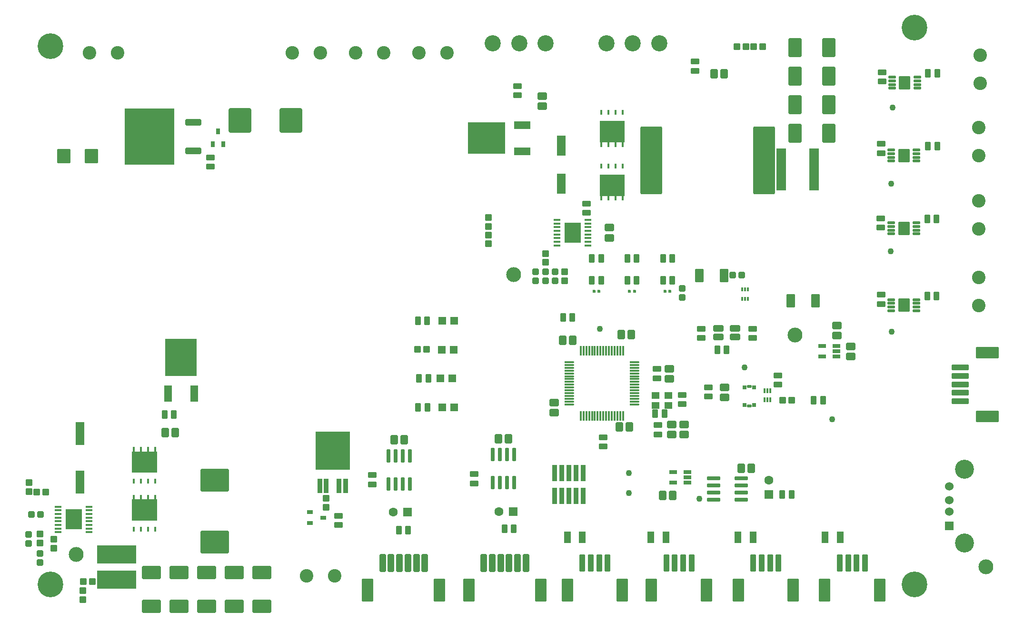
<source format=gts>
G04*
G04 #@! TF.GenerationSoftware,Altium Limited,Altium Designer,22.8.2 (66)*
G04*
G04 Layer_Color=8388736*
%FSLAX25Y25*%
%MOIN*%
G70*
G04*
G04 #@! TF.SameCoordinates,B200CC57-BB18-49EB-B43A-6B17B7EBAB9B*
G04*
G04*
G04 #@! TF.FilePolarity,Negative*
G04*
G01*
G75*
%ADD30R,0.06300X0.16200*%
%ADD38R,0.01200X0.02500*%
%ADD39R,0.06300X0.14200*%
%ADD40R,0.06700X0.29500*%
%ADD42R,0.01800X0.03400*%
%ADD73R,0.04600X0.01200*%
%ADD75R,0.35046X0.39376*%
G04:AMPARAMS|DCode=76|XSize=110.3mil|YSize=45.73mil|CornerRadius=7.22mil|HoleSize=0mil|Usage=FLASHONLY|Rotation=180.000|XOffset=0mil|YOffset=0mil|HoleType=Round|Shape=RoundedRectangle|*
%AMROUNDEDRECTD76*
21,1,0.11030,0.03130,0,0,180.0*
21,1,0.09587,0.04573,0,0,180.0*
1,1,0.01443,-0.04793,0.01565*
1,1,0.01443,0.04793,0.01565*
1,1,0.01443,0.04793,-0.01565*
1,1,0.01443,-0.04793,-0.01565*
%
%ADD76ROUNDEDRECTD76*%
G04:AMPARAMS|DCode=77|XSize=59.12mil|YSize=39.43mil|CornerRadius=4.66mil|HoleSize=0mil|Usage=FLASHONLY|Rotation=180.000|XOffset=0mil|YOffset=0mil|HoleType=Round|Shape=RoundedRectangle|*
%AMROUNDEDRECTD77*
21,1,0.05912,0.03012,0,0,180.0*
21,1,0.04980,0.03943,0,0,180.0*
1,1,0.00932,-0.02490,0.01506*
1,1,0.00932,0.02490,0.01506*
1,1,0.00932,0.02490,-0.01506*
1,1,0.00932,-0.02490,-0.01506*
%
%ADD77ROUNDEDRECTD77*%
G04:AMPARAMS|DCode=78|XSize=94.55mil|YSize=102.43mil|CornerRadius=8.79mil|HoleSize=0mil|Usage=FLASHONLY|Rotation=0.000|XOffset=0mil|YOffset=0mil|HoleType=Round|Shape=RoundedRectangle|*
%AMROUNDEDRECTD78*
21,1,0.09455,0.08484,0,0,0.0*
21,1,0.07697,0.10243,0,0,0.0*
1,1,0.01758,0.03848,-0.04242*
1,1,0.01758,-0.03848,-0.04242*
1,1,0.01758,-0.03848,0.04242*
1,1,0.01758,0.03848,0.04242*
%
%ADD78ROUNDEDRECTD78*%
G04:AMPARAMS|DCode=79|XSize=47.31mil|YSize=43.37mil|CornerRadius=4.95mil|HoleSize=0mil|Usage=FLASHONLY|Rotation=0.000|XOffset=0mil|YOffset=0mil|HoleType=Round|Shape=RoundedRectangle|*
%AMROUNDEDRECTD79*
21,1,0.04731,0.03347,0,0,0.0*
21,1,0.03740,0.04337,0,0,0.0*
1,1,0.00991,0.01870,-0.01673*
1,1,0.00991,-0.01870,-0.01673*
1,1,0.00991,-0.01870,0.01673*
1,1,0.00991,0.01870,0.01673*
%
%ADD79ROUNDEDRECTD79*%
%ADD80R,0.11621X0.05321*%
%ADD81R,0.25991X0.22250*%
%ADD82C,0.04337*%
G04:AMPARAMS|DCode=83|XSize=53.21mil|YSize=66.99mil|CornerRadius=6.92mil|HoleSize=0mil|Usage=FLASHONLY|Rotation=90.000|XOffset=0mil|YOffset=0mil|HoleType=Round|Shape=RoundedRectangle|*
%AMROUNDEDRECTD83*
21,1,0.05321,0.05315,0,0,90.0*
21,1,0.03937,0.06699,0,0,90.0*
1,1,0.01384,0.02657,0.01968*
1,1,0.01384,0.02657,-0.01968*
1,1,0.01384,-0.02657,-0.01968*
1,1,0.01384,-0.02657,0.01968*
%
%ADD83ROUNDEDRECTD83*%
G04:AMPARAMS|DCode=84|XSize=59.12mil|YSize=94.55mil|CornerRadius=6.13mil|HoleSize=0mil|Usage=FLASHONLY|Rotation=180.000|XOffset=0mil|YOffset=0mil|HoleType=Round|Shape=RoundedRectangle|*
%AMROUNDEDRECTD84*
21,1,0.05912,0.08228,0,0,180.0*
21,1,0.04685,0.09455,0,0,180.0*
1,1,0.01227,-0.02343,0.04114*
1,1,0.01227,0.02343,0.04114*
1,1,0.01227,0.02343,-0.04114*
1,1,0.01227,-0.02343,-0.04114*
%
%ADD84ROUNDEDRECTD84*%
G04:AMPARAMS|DCode=85|XSize=59.12mil|YSize=39.43mil|CornerRadius=4.66mil|HoleSize=0mil|Usage=FLASHONLY|Rotation=270.000|XOffset=0mil|YOffset=0mil|HoleType=Round|Shape=RoundedRectangle|*
%AMROUNDEDRECTD85*
21,1,0.05912,0.03012,0,0,270.0*
21,1,0.04980,0.03943,0,0,270.0*
1,1,0.00932,-0.01506,-0.02490*
1,1,0.00932,-0.01506,0.02490*
1,1,0.00932,0.01506,0.02490*
1,1,0.00932,0.01506,-0.02490*
%
%ADD85ROUNDEDRECTD85*%
G04:AMPARAMS|DCode=86|XSize=90.61mil|YSize=27.62mil|CornerRadius=3.77mil|HoleSize=0mil|Usage=FLASHONLY|Rotation=270.000|XOffset=0mil|YOffset=0mil|HoleType=Round|Shape=RoundedRectangle|*
%AMROUNDEDRECTD86*
21,1,0.09061,0.02008,0,0,270.0*
21,1,0.08307,0.02762,0,0,270.0*
1,1,0.00754,-0.01004,-0.04153*
1,1,0.00754,-0.01004,0.04153*
1,1,0.00754,0.01004,0.04153*
1,1,0.00754,0.01004,-0.04153*
%
%ADD86ROUNDEDRECTD86*%
G04:AMPARAMS|DCode=87|XSize=55.18mil|YSize=55.18mil|CornerRadius=7.12mil|HoleSize=0mil|Usage=FLASHONLY|Rotation=0.000|XOffset=0mil|YOffset=0mil|HoleType=Round|Shape=RoundedRectangle|*
%AMROUNDEDRECTD87*
21,1,0.05518,0.04095,0,0,0.0*
21,1,0.04095,0.05518,0,0,0.0*
1,1,0.01424,0.02047,-0.02047*
1,1,0.01424,-0.02047,-0.02047*
1,1,0.01424,-0.02047,0.02047*
1,1,0.01424,0.02047,0.02047*
%
%ADD87ROUNDEDRECTD87*%
G04:AMPARAMS|DCode=88|XSize=47.31mil|YSize=43.37mil|CornerRadius=4.95mil|HoleSize=0mil|Usage=FLASHONLY|Rotation=90.000|XOffset=0mil|YOffset=0mil|HoleType=Round|Shape=RoundedRectangle|*
%AMROUNDEDRECTD88*
21,1,0.04731,0.03347,0,0,90.0*
21,1,0.03740,0.04337,0,0,90.0*
1,1,0.00991,0.01673,0.01870*
1,1,0.00991,0.01673,-0.01870*
1,1,0.00991,-0.01673,-0.01870*
1,1,0.00991,-0.01673,0.01870*
%
%ADD88ROUNDEDRECTD88*%
%ADD89R,0.01384X0.03175*%
G04:AMPARAMS|DCode=90|XSize=47.31mil|YSize=43.37mil|CornerRadius=5.94mil|HoleSize=0mil|Usage=FLASHONLY|Rotation=0.000|XOffset=0mil|YOffset=0mil|HoleType=Round|Shape=RoundedRectangle|*
%AMROUNDEDRECTD90*
21,1,0.04731,0.03150,0,0,0.0*
21,1,0.03543,0.04337,0,0,0.0*
1,1,0.01187,0.01772,-0.01575*
1,1,0.01187,-0.01772,-0.01575*
1,1,0.01187,-0.01772,0.01575*
1,1,0.01187,0.01772,0.01575*
%
%ADD90ROUNDEDRECTD90*%
G04:AMPARAMS|DCode=91|XSize=53.21mil|YSize=66.99mil|CornerRadius=6.92mil|HoleSize=0mil|Usage=FLASHONLY|Rotation=180.000|XOffset=0mil|YOffset=0mil|HoleType=Round|Shape=RoundedRectangle|*
%AMROUNDEDRECTD91*
21,1,0.05321,0.05315,0,0,180.0*
21,1,0.03937,0.06699,0,0,180.0*
1,1,0.01384,-0.01968,0.02657*
1,1,0.01384,0.01968,0.02657*
1,1,0.01384,0.01968,-0.02657*
1,1,0.01384,-0.01968,-0.02657*
%
%ADD91ROUNDEDRECTD91*%
G04:AMPARAMS|DCode=92|XSize=92.58mil|YSize=131.95mil|CornerRadius=8.64mil|HoleSize=0mil|Usage=FLASHONLY|Rotation=270.000|XOffset=0mil|YOffset=0mil|HoleType=Round|Shape=RoundedRectangle|*
%AMROUNDEDRECTD92*
21,1,0.09258,0.11467,0,0,270.0*
21,1,0.07530,0.13195,0,0,270.0*
1,1,0.01729,-0.05733,-0.03765*
1,1,0.01729,-0.05733,0.03765*
1,1,0.01729,0.05733,0.03765*
1,1,0.01729,0.05733,-0.03765*
%
%ADD92ROUNDEDRECTD92*%
G04:AMPARAMS|DCode=93|XSize=47.31mil|YSize=43.37mil|CornerRadius=5.94mil|HoleSize=0mil|Usage=FLASHONLY|Rotation=90.000|XOffset=0mil|YOffset=0mil|HoleType=Round|Shape=RoundedRectangle|*
%AMROUNDEDRECTD93*
21,1,0.04731,0.03150,0,0,90.0*
21,1,0.03543,0.04337,0,0,90.0*
1,1,0.01187,0.01575,0.01772*
1,1,0.01187,0.01575,-0.01772*
1,1,0.01187,-0.01575,-0.01772*
1,1,0.01187,-0.01575,0.01772*
%
%ADD93ROUNDEDRECTD93*%
G04:AMPARAMS|DCode=94|XSize=161.48mil|YSize=200.85mil|CornerRadius=13.81mil|HoleSize=0mil|Usage=FLASHONLY|Rotation=270.000|XOffset=0mil|YOffset=0mil|HoleType=Round|Shape=RoundedRectangle|*
%AMROUNDEDRECTD94*
21,1,0.16148,0.17323,0,0,270.0*
21,1,0.13386,0.20085,0,0,270.0*
1,1,0.02762,-0.08661,-0.06693*
1,1,0.02762,-0.08661,0.06693*
1,1,0.02762,0.08661,0.06693*
1,1,0.02762,0.08661,-0.06693*
%
%ADD94ROUNDEDRECTD94*%
%ADD95R,0.05518X0.04731*%
%ADD96R,0.03300X0.11400*%
%ADD97R,0.27408X0.12920*%
G04:AMPARAMS|DCode=98|XSize=17.78mil|YSize=31.56mil|CornerRadius=3.03mil|HoleSize=0mil|Usage=FLASHONLY|Rotation=90.000|XOffset=0mil|YOffset=0mil|HoleType=Round|Shape=RoundedRectangle|*
%AMROUNDEDRECTD98*
21,1,0.01778,0.02549,0,0,90.0*
21,1,0.01171,0.03156,0,0,90.0*
1,1,0.00607,0.01275,0.00586*
1,1,0.00607,0.01275,-0.00586*
1,1,0.00607,-0.01275,-0.00586*
1,1,0.00607,-0.01275,0.00586*
%
%ADD98ROUNDEDRECTD98*%
G04:AMPARAMS|DCode=99|XSize=29.59mil|YSize=27.62mil|CornerRadius=3.77mil|HoleSize=0mil|Usage=FLASHONLY|Rotation=90.000|XOffset=0mil|YOffset=0mil|HoleType=Round|Shape=RoundedRectangle|*
%AMROUNDEDRECTD99*
21,1,0.02959,0.02008,0,0,90.0*
21,1,0.02205,0.02762,0,0,90.0*
1,1,0.00754,0.01004,0.01102*
1,1,0.00754,0.01004,-0.01102*
1,1,0.00754,-0.01004,-0.01102*
1,1,0.00754,-0.01004,0.01102*
%
%ADD99ROUNDEDRECTD99*%
G04:AMPARAMS|DCode=100|XSize=90.61mil|YSize=27.62mil|CornerRadius=3.77mil|HoleSize=0mil|Usage=FLASHONLY|Rotation=0.000|XOffset=0mil|YOffset=0mil|HoleType=Round|Shape=RoundedRectangle|*
%AMROUNDEDRECTD100*
21,1,0.09061,0.02008,0,0,0.0*
21,1,0.08307,0.02762,0,0,0.0*
1,1,0.00754,0.04153,-0.01004*
1,1,0.00754,-0.04153,-0.01004*
1,1,0.00754,-0.04153,0.01004*
1,1,0.00754,0.04153,0.01004*
%
%ADD100ROUNDEDRECTD100*%
G04:AMPARAMS|DCode=101|XSize=78.8mil|YSize=161.48mil|CornerRadius=7.61mil|HoleSize=0mil|Usage=FLASHONLY|Rotation=180.000|XOffset=0mil|YOffset=0mil|HoleType=Round|Shape=RoundedRectangle|*
%AMROUNDEDRECTD101*
21,1,0.07880,0.14626,0,0,180.0*
21,1,0.06358,0.16148,0,0,180.0*
1,1,0.01522,-0.03179,0.07313*
1,1,0.01522,0.03179,0.07313*
1,1,0.01522,0.03179,-0.07313*
1,1,0.01522,-0.03179,-0.07313*
%
%ADD101ROUNDEDRECTD101*%
G04:AMPARAMS|DCode=102|XSize=43.37mil|YSize=126.05mil|CornerRadius=4.95mil|HoleSize=0mil|Usage=FLASHONLY|Rotation=180.000|XOffset=0mil|YOffset=0mil|HoleType=Round|Shape=RoundedRectangle|*
%AMROUNDEDRECTD102*
21,1,0.04337,0.11614,0,0,180.0*
21,1,0.03347,0.12605,0,0,180.0*
1,1,0.00991,-0.01673,0.05807*
1,1,0.00991,0.01673,0.05807*
1,1,0.00991,0.01673,-0.05807*
1,1,0.00991,-0.01673,-0.05807*
%
%ADD102ROUNDEDRECTD102*%
G04:AMPARAMS|DCode=103|XSize=39.43mil|YSize=122.11mil|CornerRadius=4.66mil|HoleSize=0mil|Usage=FLASHONLY|Rotation=270.000|XOffset=0mil|YOffset=0mil|HoleType=Round|Shape=RoundedRectangle|*
%AMROUNDEDRECTD103*
21,1,0.03943,0.11280,0,0,270.0*
21,1,0.03012,0.12211,0,0,270.0*
1,1,0.00932,-0.05640,-0.01506*
1,1,0.00932,-0.05640,0.01506*
1,1,0.00932,0.05640,0.01506*
1,1,0.00932,0.05640,-0.01506*
%
%ADD103ROUNDEDRECTD103*%
G04:AMPARAMS|DCode=104|XSize=78.8mil|YSize=161.48mil|CornerRadius=7.61mil|HoleSize=0mil|Usage=FLASHONLY|Rotation=270.000|XOffset=0mil|YOffset=0mil|HoleType=Round|Shape=RoundedRectangle|*
%AMROUNDEDRECTD104*
21,1,0.07880,0.14626,0,0,270.0*
21,1,0.06358,0.16148,0,0,270.0*
1,1,0.01522,-0.07313,-0.03179*
1,1,0.01522,-0.07313,0.03179*
1,1,0.01522,0.07313,0.03179*
1,1,0.01522,0.07313,-0.03179*
%
%ADD104ROUNDEDRECTD104*%
G04:AMPARAMS|DCode=105|XSize=39.43mil|YSize=122.11mil|CornerRadius=4.66mil|HoleSize=0mil|Usage=FLASHONLY|Rotation=180.000|XOffset=0mil|YOffset=0mil|HoleType=Round|Shape=RoundedRectangle|*
%AMROUNDEDRECTD105*
21,1,0.03943,0.11280,0,0,180.0*
21,1,0.03012,0.12211,0,0,180.0*
1,1,0.00932,-0.01506,0.05640*
1,1,0.00932,0.01506,0.05640*
1,1,0.00932,0.01506,-0.05640*
1,1,0.00932,-0.01506,-0.05640*
%
%ADD105ROUNDEDRECTD105*%
%ADD106O,0.06699X0.01581*%
%ADD107O,0.01581X0.06699*%
G04:AMPARAMS|DCode=108|XSize=82.74mil|YSize=92.58mil|CornerRadius=7.91mil|HoleSize=0mil|Usage=FLASHONLY|Rotation=0.000|XOffset=0mil|YOffset=0mil|HoleType=Round|Shape=RoundedRectangle|*
%AMROUNDEDRECTD108*
21,1,0.08274,0.07677,0,0,0.0*
21,1,0.06693,0.09258,0,0,0.0*
1,1,0.01581,0.03347,-0.03839*
1,1,0.01581,-0.03347,-0.03839*
1,1,0.01581,-0.03347,0.03839*
1,1,0.01581,0.03347,0.03839*
%
%ADD108ROUNDEDRECTD108*%
G04:AMPARAMS|DCode=109|XSize=53.21mil|YSize=19.75mil|CornerRadius=3.18mil|HoleSize=0mil|Usage=FLASHONLY|Rotation=180.000|XOffset=0mil|YOffset=0mil|HoleType=Round|Shape=RoundedRectangle|*
%AMROUNDEDRECTD109*
21,1,0.05321,0.01339,0,0,180.0*
21,1,0.04685,0.01975,0,0,180.0*
1,1,0.00636,-0.02343,0.00669*
1,1,0.00636,0.02343,0.00669*
1,1,0.00636,0.02343,-0.00669*
1,1,0.00636,-0.02343,-0.00669*
%
%ADD109ROUNDEDRECTD109*%
G04:AMPARAMS|DCode=110|XSize=161.48mil|YSize=171.32mil|CornerRadius=13.81mil|HoleSize=0mil|Usage=FLASHONLY|Rotation=0.000|XOffset=0mil|YOffset=0mil|HoleType=Round|Shape=RoundedRectangle|*
%AMROUNDEDRECTD110*
21,1,0.16148,0.14370,0,0,0.0*
21,1,0.13386,0.17132,0,0,0.0*
1,1,0.02762,0.06693,-0.07185*
1,1,0.02762,-0.06693,-0.07185*
1,1,0.02762,-0.06693,0.07185*
1,1,0.02762,0.06693,0.07185*
%
%ADD110ROUNDEDRECTD110*%
%ADD111R,0.04700X0.08200*%
G04:AMPARAMS|DCode=112|XSize=28.8mil|YSize=55.18mil|CornerRadius=3.86mil|HoleSize=0mil|Usage=FLASHONLY|Rotation=270.000|XOffset=0mil|YOffset=0mil|HoleType=Round|Shape=RoundedRectangle|*
%AMROUNDEDRECTD112*
21,1,0.02880,0.04746,0,0,270.0*
21,1,0.02108,0.05518,0,0,270.0*
1,1,0.00772,-0.02373,-0.01054*
1,1,0.00772,-0.02373,0.01054*
1,1,0.00772,0.02373,0.01054*
1,1,0.00772,0.02373,-0.01054*
%
%ADD112ROUNDEDRECTD112*%
%ADD113R,0.02762X0.03943*%
%ADD114R,0.03943X0.02762*%
G04:AMPARAMS|DCode=115|XSize=17.72mil|YSize=21.65mil|CornerRadius=3mil|HoleSize=0mil|Usage=FLASHONLY|Rotation=0.000|XOffset=0mil|YOffset=0mil|HoleType=Round|Shape=RoundedRectangle|*
%AMROUNDEDRECTD115*
21,1,0.01772,0.01565,0,0,0.0*
21,1,0.01171,0.02165,0,0,0.0*
1,1,0.00600,0.00586,-0.00783*
1,1,0.00600,-0.00586,-0.00783*
1,1,0.00600,-0.00586,0.00783*
1,1,0.00600,0.00586,0.00783*
%
%ADD115ROUNDEDRECTD115*%
G04:AMPARAMS|DCode=116|XSize=43.37mil|YSize=70.93mil|CornerRadius=5.94mil|HoleSize=0mil|Usage=FLASHONLY|Rotation=270.000|XOffset=0mil|YOffset=0mil|HoleType=Round|Shape=RoundedRectangle|*
%AMROUNDEDRECTD116*
21,1,0.04337,0.05906,0,0,270.0*
21,1,0.03150,0.07093,0,0,270.0*
1,1,0.01187,-0.02953,-0.01575*
1,1,0.01187,-0.02953,0.01575*
1,1,0.01187,0.02953,0.01575*
1,1,0.01187,0.02953,-0.01575*
%
%ADD116ROUNDEDRECTD116*%
%ADD117R,0.24022X0.26975*%
%ADD118R,0.03747X0.10243*%
G04:AMPARAMS|DCode=119|XSize=92.58mil|YSize=131.95mil|CornerRadius=8.64mil|HoleSize=0mil|Usage=FLASHONLY|Rotation=0.000|XOffset=0mil|YOffset=0mil|HoleType=Round|Shape=RoundedRectangle|*
%AMROUNDEDRECTD119*
21,1,0.09258,0.11467,0,0,0.0*
21,1,0.07530,0.13195,0,0,0.0*
1,1,0.01729,0.03765,-0.05733*
1,1,0.01729,-0.03765,-0.05733*
1,1,0.01729,-0.03765,0.05733*
1,1,0.01729,0.03765,0.05733*
%
%ADD119ROUNDEDRECTD119*%
%ADD120R,0.22250X0.25991*%
%ADD121R,0.05321X0.11621*%
%ADD122R,0.11600X0.14100*%
G04:AMPARAMS|DCode=123|XSize=476.44mil|YSize=154.59mil|CornerRadius=13.29mil|HoleSize=0mil|Usage=FLASHONLY|Rotation=270.000|XOffset=0mil|YOffset=0mil|HoleType=Round|Shape=RoundedRectangle|*
%AMROUNDEDRECTD123*
21,1,0.47644,0.12800,0,0,270.0*
21,1,0.44985,0.15459,0,0,270.0*
1,1,0.02659,-0.06400,-0.22493*
1,1,0.02659,-0.06400,0.22493*
1,1,0.02659,0.06400,0.22493*
1,1,0.02659,0.06400,-0.22493*
%
%ADD123ROUNDEDRECTD123*%
%ADD124C,0.10400*%
%ADD125C,0.09455*%
%ADD126C,0.17992*%
%ADD127R,0.06022X0.06022*%
%ADD128C,0.06022*%
%ADD129C,0.13298*%
%ADD130C,0.11325*%
%ADD131R,0.06306X0.06306*%
%ADD132C,0.06306*%
%ADD133R,0.06306X0.06306*%
G36*
X74450Y62600D02*
X56950D01*
Y47800D01*
X74450D01*
Y62600D01*
D02*
G37*
G36*
Y96100D02*
X56950D01*
Y81300D01*
X74450D01*
Y96100D01*
D02*
G37*
G36*
X384450Y275200D02*
X401950D01*
Y290000D01*
X384450D01*
Y275200D01*
D02*
G37*
G36*
Y312800D02*
X401950D01*
Y327600D01*
X384450D01*
Y312800D01*
D02*
G37*
D30*
X20700Y74700D02*
D03*
Y108600D02*
D03*
D38*
X484100Y209600D02*
D03*
X486100D02*
D03*
X488100D02*
D03*
Y203200D02*
D03*
X486100D02*
D03*
X484100D02*
D03*
D39*
X357600Y283900D02*
D03*
Y310300D02*
D03*
D40*
X534600Y293900D02*
D03*
X511500D02*
D03*
D42*
X58200Y75300D02*
D03*
X63200D02*
D03*
X68200D02*
D03*
X73200D02*
D03*
Y97700D02*
D03*
X68200D02*
D03*
X63200D02*
D03*
X58200D02*
D03*
Y64200D02*
D03*
X63200D02*
D03*
X68200D02*
D03*
X73200D02*
D03*
Y41800D02*
D03*
X68200D02*
D03*
X63200D02*
D03*
X58200D02*
D03*
X400700Y311200D02*
D03*
X395700D02*
D03*
X390700D02*
D03*
X385700D02*
D03*
Y333600D02*
D03*
X390700D02*
D03*
X395700D02*
D03*
X400700D02*
D03*
Y273600D02*
D03*
X395700D02*
D03*
X390700D02*
D03*
X385700D02*
D03*
Y296000D02*
D03*
X390700D02*
D03*
X395700D02*
D03*
X400700D02*
D03*
D73*
X27000Y57560D02*
D03*
Y55000D02*
D03*
Y52440D02*
D03*
Y49880D02*
D03*
Y47320D02*
D03*
Y44760D02*
D03*
Y42200D02*
D03*
Y39640D02*
D03*
X5200D02*
D03*
Y42200D02*
D03*
Y44760D02*
D03*
Y47320D02*
D03*
Y49880D02*
D03*
Y52440D02*
D03*
Y55000D02*
D03*
Y57560D02*
D03*
X354600Y258400D02*
D03*
Y255840D02*
D03*
Y253280D02*
D03*
Y250720D02*
D03*
Y248160D02*
D03*
Y245600D02*
D03*
Y243040D02*
D03*
Y240480D02*
D03*
X376400D02*
D03*
Y243040D02*
D03*
Y245600D02*
D03*
Y248160D02*
D03*
Y250720D02*
D03*
Y253280D02*
D03*
Y255840D02*
D03*
Y258400D02*
D03*
D75*
X69300Y316900D02*
D03*
D76*
X99997Y326900D02*
D03*
Y306900D02*
D03*
D77*
X111800Y295600D02*
D03*
Y302096D02*
D03*
X582400Y361900D02*
D03*
Y355404D02*
D03*
X509400Y149496D02*
D03*
Y143000D02*
D03*
X425300Y108204D02*
D03*
Y114700D02*
D03*
X424500Y147504D02*
D03*
Y154000D02*
D03*
X326800Y352096D02*
D03*
Y345600D02*
D03*
X442400Y129404D02*
D03*
Y135900D02*
D03*
X455500Y182248D02*
D03*
Y175752D02*
D03*
X491500D02*
D03*
Y182248D02*
D03*
X387000Y99752D02*
D03*
Y106248D02*
D03*
X460500Y134752D02*
D03*
Y141248D02*
D03*
X296600Y80348D02*
D03*
Y73852D02*
D03*
X225400Y79700D02*
D03*
Y73204D02*
D03*
X451400Y362804D02*
D03*
Y369300D02*
D03*
X201500Y51096D02*
D03*
Y44600D02*
D03*
X581300Y253000D02*
D03*
Y259496D02*
D03*
X581700Y199500D02*
D03*
Y205996D02*
D03*
X581600Y305204D02*
D03*
Y311700D02*
D03*
X375200Y269800D02*
D03*
Y263304D02*
D03*
D78*
X28700Y303100D02*
D03*
X9409D02*
D03*
D79*
X-7444Y32100D02*
D03*
Y38399D02*
D03*
X192900Y63399D02*
D03*
Y57100D02*
D03*
X-15200Y68001D02*
D03*
Y74300D02*
D03*
X2200Y34799D02*
D03*
Y28500D02*
D03*
X22500Y-1200D02*
D03*
Y-7499D02*
D03*
X346433Y234899D02*
D03*
Y228600D02*
D03*
X306700Y259999D02*
D03*
Y253700D02*
D03*
Y247900D02*
D03*
Y241601D02*
D03*
X359900Y222200D02*
D03*
Y215901D02*
D03*
D80*
X330398Y306546D02*
D03*
Y324853D02*
D03*
D81*
X305202Y315700D02*
D03*
D82*
X486000Y155100D02*
D03*
X588862Y180100D02*
D03*
X588600Y283700D02*
D03*
X547300Y118800D02*
D03*
X589600Y337200D02*
D03*
X588400Y236500D02*
D03*
X454200Y63200D02*
D03*
X384700Y182000D02*
D03*
X405000Y81000D02*
D03*
Y67000D02*
D03*
D83*
X443600Y115100D02*
D03*
Y108053D02*
D03*
X433300Y154200D02*
D03*
Y147153D02*
D03*
X435000Y107976D02*
D03*
Y115024D02*
D03*
X352500Y130524D02*
D03*
Y123476D02*
D03*
X472000Y133976D02*
D03*
Y141024D02*
D03*
X550500Y184400D02*
D03*
Y177353D02*
D03*
X560300Y169647D02*
D03*
Y162600D02*
D03*
X391300Y252947D02*
D03*
Y245900D02*
D03*
X344200Y338200D02*
D03*
Y345247D02*
D03*
D84*
X454300Y219500D02*
D03*
X471623D02*
D03*
X535423Y201700D02*
D03*
X518100D02*
D03*
D85*
X540896Y132200D02*
D03*
X534400D02*
D03*
X429796Y122600D02*
D03*
X423300D02*
D03*
X466752Y167500D02*
D03*
X473248D02*
D03*
X317752Y42000D02*
D03*
X324248D02*
D03*
X243752Y41000D02*
D03*
X250248D02*
D03*
X512252Y66000D02*
D03*
X518748D02*
D03*
X257356Y127100D02*
D03*
X263852D02*
D03*
X620748Y361000D02*
D03*
X614252D02*
D03*
X620748Y310079D02*
D03*
X614252D02*
D03*
X620248Y259000D02*
D03*
X613752D02*
D03*
X620248Y205250D02*
D03*
X613752D02*
D03*
X410372Y231500D02*
D03*
X403876D02*
D03*
X435248Y216000D02*
D03*
X428752D02*
D03*
X379000Y231500D02*
D03*
X385496D02*
D03*
X428752D02*
D03*
X435248D02*
D03*
X403876Y216000D02*
D03*
X410372D02*
D03*
X385496D02*
D03*
X379000D02*
D03*
X257207Y187600D02*
D03*
X263703D02*
D03*
X264500Y147400D02*
D03*
X258004D02*
D03*
X365248Y190000D02*
D03*
X358752D02*
D03*
X86296Y122000D02*
D03*
X79800D02*
D03*
D86*
X324500Y74551D02*
D03*
X319500D02*
D03*
X314500D02*
D03*
X309500D02*
D03*
Y94039D02*
D03*
X314500D02*
D03*
X319500D02*
D03*
X324500D02*
D03*
X251500Y73551D02*
D03*
X246500D02*
D03*
X241500D02*
D03*
X236500D02*
D03*
Y93039D02*
D03*
X241500D02*
D03*
X246500D02*
D03*
X251500D02*
D03*
D87*
X272932Y147500D02*
D03*
X281200D02*
D03*
X282589Y127100D02*
D03*
X274321D02*
D03*
X282589Y187600D02*
D03*
X274321D02*
D03*
X282100Y167300D02*
D03*
X273832D02*
D03*
D88*
X518800Y132100D02*
D03*
X512501D02*
D03*
X-3501Y67700D02*
D03*
X-9800D02*
D03*
X29100Y5200D02*
D03*
X22801D02*
D03*
X486999Y379800D02*
D03*
X480700D02*
D03*
X498700D02*
D03*
X492401D02*
D03*
X256901Y167700D02*
D03*
X263200D02*
D03*
D89*
X503768Y138659D02*
D03*
Y132341D02*
D03*
X499831Y138659D02*
D03*
X501800D02*
D03*
Y132341D02*
D03*
X499831D02*
D03*
D90*
X442100Y204100D02*
D03*
Y210399D02*
D03*
X-15500Y38000D02*
D03*
Y31701D02*
D03*
X-7444Y24599D02*
D03*
Y18300D02*
D03*
X353167Y222200D02*
D03*
Y215901D02*
D03*
X346433Y222200D02*
D03*
Y215901D02*
D03*
X339700Y222200D02*
D03*
Y215901D02*
D03*
D91*
X313476Y105000D02*
D03*
X320524D02*
D03*
X406524Y178000D02*
D03*
X399476D02*
D03*
X365524Y174000D02*
D03*
X358476D02*
D03*
X398100Y113300D02*
D03*
X405147D02*
D03*
X247576Y104277D02*
D03*
X240529D02*
D03*
X490524Y84500D02*
D03*
X483476D02*
D03*
X435524Y65500D02*
D03*
X428476D02*
D03*
X87300Y109400D02*
D03*
X80253D02*
D03*
X471747Y360700D02*
D03*
X464700D02*
D03*
D92*
X128675Y11325D02*
D03*
Y-12100D02*
D03*
X148000Y11325D02*
D03*
Y-12100D02*
D03*
X109350Y11325D02*
D03*
Y-12100D02*
D03*
X90025Y11325D02*
D03*
Y-12100D02*
D03*
X70700Y11325D02*
D03*
Y-12100D02*
D03*
D93*
X477600Y219600D02*
D03*
X483899D02*
D03*
X-7101Y52000D02*
D03*
X-13400D02*
D03*
D94*
X114900Y76007D02*
D03*
Y32700D02*
D03*
D95*
X432528Y128457D02*
D03*
X423472D02*
D03*
Y135543D02*
D03*
X432528D02*
D03*
D96*
X373000Y81000D02*
D03*
Y65000D02*
D03*
X368000Y81000D02*
D03*
Y65000D02*
D03*
X363000Y81000D02*
D03*
Y65000D02*
D03*
X358000Y81000D02*
D03*
Y65000D02*
D03*
X353000Y81000D02*
D03*
Y65000D02*
D03*
D97*
X46400Y6300D02*
D03*
Y24016D02*
D03*
D98*
X489347Y128201D02*
D03*
Y141783D02*
D03*
D99*
X492693Y128791D02*
D03*
Y141193D02*
D03*
X486000D02*
D03*
Y128791D02*
D03*
D100*
X464256Y77500D02*
D03*
Y72500D02*
D03*
Y67500D02*
D03*
Y62500D02*
D03*
X483744D02*
D03*
Y67500D02*
D03*
Y72500D02*
D03*
Y77500D02*
D03*
D101*
X343146Y-975D02*
D03*
X292752D02*
D03*
X272335D02*
D03*
X221941D02*
D03*
X580583Y-1000D02*
D03*
X542000D02*
D03*
X520000D02*
D03*
X481417D02*
D03*
X459146Y-975D02*
D03*
X420563D02*
D03*
X400335D02*
D03*
X361752D02*
D03*
D102*
X321000Y18000D02*
D03*
X309189D02*
D03*
X326905D02*
D03*
X332811D02*
D03*
X315094D02*
D03*
X303284D02*
D03*
X250189D02*
D03*
X238378D02*
D03*
X256095D02*
D03*
X262000D02*
D03*
X244284D02*
D03*
X232472D02*
D03*
D103*
X637000Y137284D02*
D03*
Y155000D02*
D03*
Y149094D02*
D03*
Y131378D02*
D03*
Y143189D02*
D03*
D104*
X655975Y165335D02*
D03*
Y120846D02*
D03*
D105*
X552531Y17976D02*
D03*
X570248D02*
D03*
X564342D02*
D03*
X558437D02*
D03*
X491949D02*
D03*
X509665D02*
D03*
X503760D02*
D03*
X497854D02*
D03*
X431095Y18000D02*
D03*
X448811D02*
D03*
X442906D02*
D03*
X437000D02*
D03*
X372284D02*
D03*
X390000D02*
D03*
X384095D02*
D03*
X378189D02*
D03*
D106*
X408835Y129236D02*
D03*
Y131205D02*
D03*
Y133173D02*
D03*
Y135142D02*
D03*
Y137110D02*
D03*
Y139079D02*
D03*
Y141047D02*
D03*
Y143016D02*
D03*
Y144984D02*
D03*
Y146953D02*
D03*
Y148921D02*
D03*
Y150890D02*
D03*
Y152858D02*
D03*
Y154827D02*
D03*
Y156795D02*
D03*
Y158764D02*
D03*
X363165D02*
D03*
Y156795D02*
D03*
Y154827D02*
D03*
Y152858D02*
D03*
Y150890D02*
D03*
Y148921D02*
D03*
Y146953D02*
D03*
Y144984D02*
D03*
Y143016D02*
D03*
Y141047D02*
D03*
Y139079D02*
D03*
Y137110D02*
D03*
Y135142D02*
D03*
Y133173D02*
D03*
Y131205D02*
D03*
Y129236D02*
D03*
D107*
X400764Y166835D02*
D03*
X398795D02*
D03*
X396827D02*
D03*
X394858D02*
D03*
X392890D02*
D03*
X390921D02*
D03*
X388953D02*
D03*
X386984D02*
D03*
X385016D02*
D03*
X383047D02*
D03*
X381079D02*
D03*
X379110D02*
D03*
X377142D02*
D03*
X375173D02*
D03*
X373205D02*
D03*
X371236D02*
D03*
Y121165D02*
D03*
X373205D02*
D03*
X375173D02*
D03*
X377142D02*
D03*
X379110D02*
D03*
X381079D02*
D03*
X383047D02*
D03*
X385016D02*
D03*
X386984D02*
D03*
X388953D02*
D03*
X390921D02*
D03*
X392890D02*
D03*
X394858D02*
D03*
X396827D02*
D03*
X398795D02*
D03*
X400764D02*
D03*
D108*
X598000Y354500D02*
D03*
X597500Y303500D02*
D03*
Y252500D02*
D03*
Y198750D02*
D03*
D109*
X606858Y358299D02*
D03*
Y355740D02*
D03*
Y353181D02*
D03*
Y350622D02*
D03*
X589142Y350661D02*
D03*
Y353221D02*
D03*
Y355780D02*
D03*
Y358339D02*
D03*
X606358Y307299D02*
D03*
Y304740D02*
D03*
Y302181D02*
D03*
Y299622D02*
D03*
X588642Y299661D02*
D03*
Y302221D02*
D03*
Y304780D02*
D03*
Y307339D02*
D03*
X606358Y256299D02*
D03*
Y253740D02*
D03*
Y251181D02*
D03*
Y248622D02*
D03*
X588642Y248661D02*
D03*
Y251220D02*
D03*
Y253780D02*
D03*
Y256339D02*
D03*
X606358Y202549D02*
D03*
Y199990D02*
D03*
Y197431D02*
D03*
Y194872D02*
D03*
X588642Y194911D02*
D03*
Y197470D02*
D03*
Y200029D02*
D03*
Y202589D02*
D03*
D110*
X132700Y328100D02*
D03*
X168133D02*
D03*
D111*
X542250Y36000D02*
D03*
X552750D02*
D03*
X481250D02*
D03*
X491750D02*
D03*
X420250D02*
D03*
X430750D02*
D03*
X361750D02*
D03*
X372250D02*
D03*
D112*
X435965Y74260D02*
D03*
Y81740D02*
D03*
X446035D02*
D03*
Y78000D02*
D03*
Y74260D02*
D03*
X540329Y162660D02*
D03*
Y170140D02*
D03*
X550400D02*
D03*
Y166400D02*
D03*
Y162660D02*
D03*
D113*
X113460Y311272D02*
D03*
X120940D02*
D03*
X117200Y320328D02*
D03*
D114*
X181700Y53600D02*
D03*
Y46120D02*
D03*
X190755Y49860D02*
D03*
D115*
X430277Y208500D02*
D03*
X433722D02*
D03*
X405402D02*
D03*
X408847D02*
D03*
X383970D02*
D03*
X380526D02*
D03*
D116*
X479405Y176547D02*
D03*
Y182453D02*
D03*
X467594D02*
D03*
Y176547D02*
D03*
D117*
X197500Y96768D02*
D03*
D118*
X206476Y71965D02*
D03*
X201988D02*
D03*
X193012D02*
D03*
X188524D02*
D03*
D119*
X521387Y319100D02*
D03*
X544813D02*
D03*
X521387Y339133D02*
D03*
X544813D02*
D03*
X521387Y359167D02*
D03*
X544813D02*
D03*
X521387Y379200D02*
D03*
X544813D02*
D03*
D120*
X91300Y162098D02*
D03*
D121*
X100453Y136902D02*
D03*
X82147D02*
D03*
D122*
X16100Y48600D02*
D03*
X365500Y249440D02*
D03*
D123*
X499649Y300000D02*
D03*
X420700D02*
D03*
D124*
X17900Y24200D02*
D03*
X324200Y220000D02*
D03*
X655000Y15500D02*
D03*
X521200Y177900D02*
D03*
D125*
X198843Y9000D02*
D03*
X179157D02*
D03*
X257757Y375500D02*
D03*
X277443D02*
D03*
X213558D02*
D03*
X233243D02*
D03*
X169358D02*
D03*
X189042D02*
D03*
X46843D02*
D03*
X27158D02*
D03*
X651000Y354157D02*
D03*
Y373843D02*
D03*
X650000Y303315D02*
D03*
Y323000D02*
D03*
Y252157D02*
D03*
Y271843D02*
D03*
Y198315D02*
D03*
Y218000D02*
D03*
D126*
X605000Y3000D02*
D03*
X0D02*
D03*
X605000Y393000D02*
D03*
X0Y380000D02*
D03*
D127*
X629331Y44221D02*
D03*
D128*
Y54063D02*
D03*
Y61937D02*
D03*
Y71780D02*
D03*
D129*
X640000Y32134D02*
D03*
Y83866D02*
D03*
D130*
X389096Y382100D02*
D03*
X407600D02*
D03*
X426104D02*
D03*
X309596D02*
D03*
X328100D02*
D03*
X346604D02*
D03*
D131*
X324000Y54000D02*
D03*
X249976Y53709D02*
D03*
D132*
X314000Y54000D02*
D03*
X239976Y53709D02*
D03*
X503000Y76000D02*
D03*
D133*
Y66000D02*
D03*
M02*

</source>
